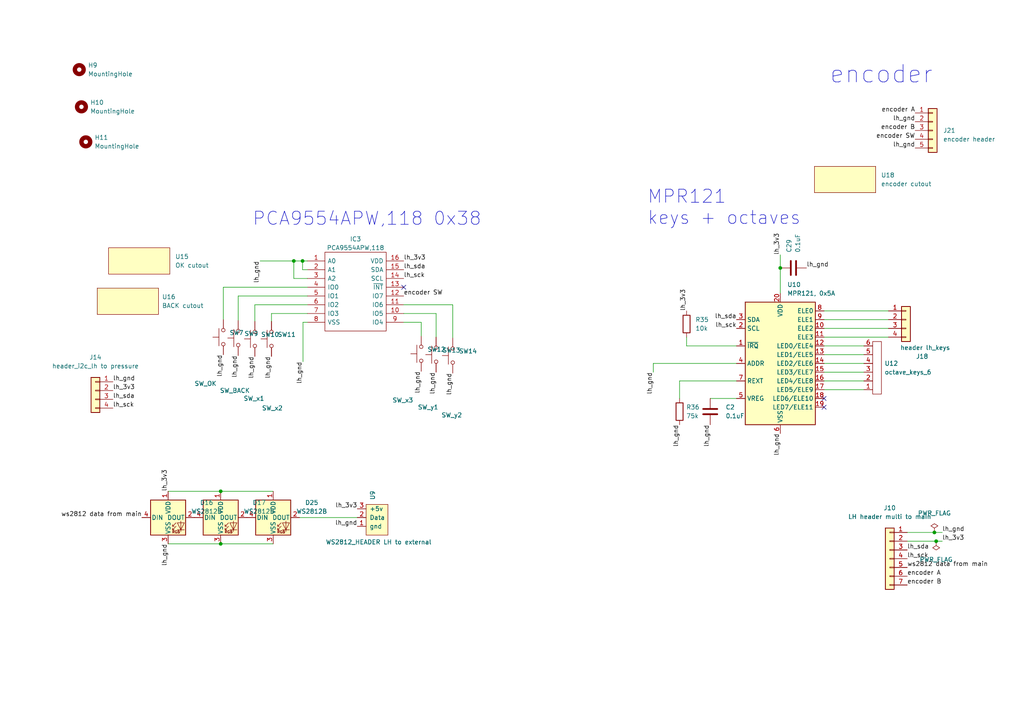
<source format=kicad_sch>
(kicad_sch (version 20211123) (generator eeschema)
  (paper "A4")
  (lib_symbols
    (symbol "Connector_Generic:Conn_01x04" (pin_names (offset 1.016) hide)
      (property "Reference" "J" (at 0 5.08 0))
      (property "Value" "Conn_01x04" (at 0 -7.62 0))
      (symbol "Conn_01x04_1_1"
        (rectangle (start -1.27 -4.953) (end 0 -5.207) (stroke (width 0.1524)))
        (rectangle (start -1.27 -2.413) (end 0 -2.667) (stroke (width 0.1524)))
        (rectangle (start -1.27 0.127) (end 0 -0.127) (stroke (width 0.1524)))
        (rectangle (start -1.27 2.667) (end 0 2.413) (stroke (width 0.1524)))
        (rectangle (start -1.27 3.81) (end 1.27 -6.35) (stroke (width 0.254)) (fill (type background)))
        (pin passive line (at -5.08 2.54 0) (length 3.81) (name "Pin_1") (number "1"))
        (pin passive line (at -5.08 0 0) (length 3.81) (name "Pin_2") (number "2"))
        (pin passive line (at -5.08 -2.54 0) (length 3.81) (name "Pin_3") (number "3"))
        (pin passive line (at -5.08 -5.08 0) (length 3.81) (name "Pin_4") (number "4"))
      )
    )
    (symbol "Connector_Generic:Conn_01x05" (pin_names (offset 1.016) hide)
      (property "Reference" "J" (at 0 7.62 0))
      (property "Value" "Conn_01x05" (at 0 -7.62 0))
      (symbol "Conn_01x05_1_1"
        (rectangle (start -1.27 -4.953) (end 0 -5.207) (stroke (width 0.1524)))
        (rectangle (start -1.27 -2.413) (end 0 -2.667) (stroke (width 0.1524)))
        (rectangle (start -1.27 0.127) (end 0 -0.127) (stroke (width 0.1524)))
        (rectangle (start -1.27 2.667) (end 0 2.413) (stroke (width 0.1524)))
        (rectangle (start -1.27 5.207) (end 0 4.953) (stroke (width 0.1524)))
        (rectangle (start -1.27 6.35) (end 1.27 -6.35) (stroke (width 0.254)) (fill (type background)))
        (pin passive line (at -5.08 5.08 0) (length 3.81) (name "Pin_1") (number "1"))
        (pin passive line (at -5.08 2.54 0) (length 3.81) (name "Pin_2") (number "2"))
        (pin passive line (at -5.08 0 0) (length 3.81) (name "Pin_3") (number "3"))
        (pin passive line (at -5.08 -2.54 0) (length 3.81) (name "Pin_4") (number "4"))
        (pin passive line (at -5.08 -5.08 0) (length 3.81) (name "Pin_5") (number "5"))
      )
    )
    (symbol "Connector_Generic:Conn_01x07" (pin_names (offset 1.016) hide)
      (property "Reference" "J" (at 0 10.16 0))
      (property "Value" "Conn_01x07" (at 0 -10.16 0))
      (symbol "Conn_01x07_1_1"
        (rectangle (start -1.27 -7.493) (end 0 -7.747) (stroke (width 0.1524)))
        (rectangle (start -1.27 -4.953) (end 0 -5.207) (stroke (width 0.1524)))
        (rectangle (start -1.27 -2.413) (end 0 -2.667) (stroke (width 0.1524)))
        (rectangle (start -1.27 0.127) (end 0 -0.127) (stroke (width 0.1524)))
        (rectangle (start -1.27 2.667) (end 0 2.413) (stroke (width 0.1524)))
        (rectangle (start -1.27 5.207) (end 0 4.953) (stroke (width 0.1524)))
        (rectangle (start -1.27 7.747) (end 0 7.493) (stroke (width 0.1524)))
        (rectangle (start -1.27 8.89) (end 1.27 -8.89) (stroke (width 0.254)) (fill (type background)))
        (pin passive line (at -5.08 7.62 0) (length 3.81) (name "Pin_1") (number "1"))
        (pin passive line (at -5.08 5.08 0) (length 3.81) (name "Pin_2") (number "2"))
        (pin passive line (at -5.08 2.54 0) (length 3.81) (name "Pin_3") (number "3"))
        (pin passive line (at -5.08 0 0) (length 3.81) (name "Pin_4") (number "4"))
        (pin passive line (at -5.08 -2.54 0) (length 3.81) (name "Pin_5") (number "5"))
        (pin passive line (at -5.08 -5.08 0) (length 3.81) (name "Pin_6") (number "6"))
        (pin passive line (at -5.08 -7.62 0) (length 3.81) (name "Pin_7") (number "7"))
      )
    )
    (symbol "Device:C" (pin_numbers hide) (pin_names (offset 0.254))
      (property "Reference" "C" (at 0.635 2.54 0))
      (property "Value" "C" (at 0.635 -2.54 0))
      (symbol "C_0_1"
        (polyline (pts (xy -2.032 -0.762) (xy 2.032 -0.762)) (stroke (width 0.508)))
        (polyline (pts (xy -2.032 0.762) (xy 2.032 0.762)) (stroke (width 0.508)))
      )
      (symbol "C_1_1"
        (pin passive line (at 0 3.81 270) (length 2.794) (name "~") (number "1"))
        (pin passive line (at 0 -3.81 90) (length 2.794) (name "~") (number "2"))
      )
    )
    (symbol "Device:R" (pin_numbers hide) (pin_names (offset 0))
      (property "Reference" "R" (at 2.032 0 90))
      (property "Value" "R" (at 0 0 90))
      (symbol "R_0_1"
        (rectangle (start -1.016 -2.54) (end 1.016 2.54) (stroke (width 0.254)))
      )
      (symbol "R_1_1"
        (pin passive line (at 0 3.81 270) (length 1.27) (name "~") (number "1"))
        (pin passive line (at 0 -3.81 90) (length 1.27) (name "~") (number "2"))
      )
    )
    (symbol "LED:WS2812B" (pin_names (offset 0.254))
      (property "Reference" "D" (at 5.08 5.715 0))
      (property "Value" "WS2812B" (at 1.27 -5.715 0))
      (symbol "WS2812B_0_0"
        (text "RGB" (at 2.286 -4.191 0) (effects (font (size 0.762 0.762))))
      )
      (symbol "WS2812B_0_1"
        (polyline (pts (xy 1.27 -3.556) (xy 1.778 -3.556)))
        (polyline (pts (xy 1.27 -2.54) (xy 1.778 -2.54)))
        (polyline (pts (xy 4.699 -3.556) (xy 2.667 -3.556)))
        (polyline (pts (xy 2.286 -2.54) (xy 1.27 -3.556) (xy 1.27 -3.048)))
        (polyline (pts (xy 2.286 -1.524) (xy 1.27 -2.54) (xy 1.27 -2.032)))
        (polyline (pts (xy 3.683 -1.016) (xy 3.683 -3.556) (xy 3.683 -4.064)))
        (polyline (pts (xy 4.699 -1.524) (xy 2.667 -1.524) (xy 3.683 -3.556) (xy 4.699 -1.524)))
        (rectangle (start 5.08 5.08) (end -5.08 -5.08) (stroke (width 0.254)) (fill (type background)))
      )
      (symbol "WS2812B_1_1"
        (pin power_in line (at 0 7.62 270) (length 2.54) (name "VDD") (number "1"))
        (pin output line (at 7.62 0 180) (length 2.54) (name "DOUT") (number "2"))
        (pin power_in line (at 0 -7.62 90) (length 2.54) (name "VSS") (number "3"))
        (pin input line (at -7.62 0 0) (length 2.54) (name "DIN") (number "4"))
      )
    )
    (symbol "Mechanical:MountingHole" (pin_names (offset 1.016))
      (property "Reference" "H" (at 0 5.08 0))
      (property "Value" "MountingHole" (at 0 3.175 0))
      (symbol "MountingHole_0_1"
        (circle (center 0 0) (radius 1.27) (stroke (width 1.27)))
      )
    )
    (symbol "SamacSys_Parts:PCA9554APW,118" (pin_names (offset 0.762))
      (property "Reference" "IC" (at 24.13 7.62 0))
      (property "Value" "PCA9554APW,118" (at 24.13 5.08 0))
      (symbol "PCA9554APW,118_0_0"
        (pin passive line (at 0 0 0) (length 5.08) (name "A0") (number "1"))
        (pin passive line (at 27.94 -15.24 180) (length 5.08) (name "IO5") (number "10"))
        (pin passive line (at 27.94 -12.7 180) (length 5.08) (name "IO6") (number "11"))
        (pin passive line (at 27.94 -10.16 180) (length 5.08) (name "IO7") (number "12"))
        (pin passive line (at 27.94 -7.62 180) (length 5.08) (name "~{INT}") (number "13"))
        (pin passive line (at 27.94 -5.08 180) (length 5.08) (name "SCL") (number "14"))
        (pin passive line (at 27.94 -2.54 180) (length 5.08) (name "SDA") (number "15"))
        (pin passive line (at 27.94 0 180) (length 5.08) (name "VDD") (number "16"))
        (pin passive line (at 0 -2.54 0) (length 5.08) (name "A1") (number "2"))
        (pin passive line (at 0 -5.08 0) (length 5.08) (name "A2") (number "3"))
        (pin passive line (at 0 -7.62 0) (length 5.08) (name "IO0") (number "4"))
        (pin passive line (at 0 -10.16 0) (length 5.08) (name "IO1") (number "5"))
        (pin passive line (at 0 -12.7 0) (length 5.08) (name "IO2") (number "6"))
        (pin passive line (at 0 -15.24 0) (length 5.08) (name "IO3") (number "7"))
        (pin passive line (at 0 -17.78 0) (length 5.08) (name "VSS") (number "8"))
        (pin passive line (at 27.94 -17.78 180) (length 5.08) (name "IO4") (number "9"))
      )
      (symbol "PCA9554APW,118_0_1"
        (polyline (pts (xy 5.08 2.54) (xy 22.86 2.54) (xy 22.86 -20.32) (xy 5.08 -20.32) (xy 5.08 2.54)) (stroke (width 0.1524)))
      )
    )
    (symbol "Sensor_Touch:MPR121QR2"
      (property "Reference" "U" (at -10.16 19.05 0))
      (property "Value" "MPR121QR2" (at 6.35 19.05 0))
      (symbol "MPR121QR2_0_1"
        (rectangle (start -10.16 17.78) (end 10.16 -17.78) (stroke (width 0.254)) (fill (type background)))
      )
      (symbol "MPR121QR2_1_1"
        (pin open_collector line (at -12.7 5.08 0) (length 2.54) (name "~{IRQ}") (number "1"))
        (pin passive line (at 12.7 10.16 180) (length 2.54) (name "ELE2") (number "10"))
        (pin passive line (at 12.7 7.62 180) (length 2.54) (name "ELE3") (number "11"))
        (pin passive line (at 12.7 5.08 180) (length 2.54) (name "LED0/ELE4") (number "12"))
        (pin passive line (at 12.7 2.54 180) (length 2.54) (name "LED1/ELE5") (number "13"))
        (pin passive line (at 12.7 0 180) (length 2.54) (name "LED2/ELE6") (number "14"))
        (pin passive line (at 12.7 -2.54 180) (length 2.54) (name "LED3/ELE7") (number "15"))
        (pin passive line (at 12.7 -5.08 180) (length 2.54) (name "LED4/ELE8") (number "16"))
        (pin passive line (at 12.7 -7.62 180) (length 2.54) (name "LED5/ELE9") (number "17"))
        (pin passive line (at 12.7 -10.16 180) (length 2.54) (name "LED6/ELE10") (number "18"))
        (pin passive line (at 12.7 -12.7 180) (length 2.54) (name "LED7/ELE11") (number "19"))
        (pin input line (at -12.7 10.16 0) (length 2.54) (name "SCL") (number "2"))
        (pin power_in line (at 0 20.32 270) (length 2.54) (name "VDD") (number "20"))
        (pin bidirectional line (at -12.7 12.7 0) (length 2.54) (name "SDA") (number "3"))
        (pin input line (at -12.7 0 0) (length 2.54) (name "ADDR") (number "4"))
        (pin passive line (at -12.7 -10.16 0) (length 2.54) (name "VREG") (number "5"))
        (pin power_in line (at 0 -20.32 90) (length 2.54) (name "VSS") (number "6"))
        (pin passive line (at -12.7 -5.08 0) (length 2.54) (name "REXT") (number "7"))
        (pin passive line (at 12.7 15.24 180) (length 2.54) (name "ELE0") (number "8"))
        (pin passive line (at 12.7 12.7 180) (length 2.54) (name "ELE1") (number "9"))
      )
    )
    (symbol "Switch:SW_Push" (pin_numbers hide) (pin_names (offset 1.016) hide)
      (property "Reference" "SW" (at 1.27 2.54 0))
      (property "Value" "SW_Push" (at 0 -1.524 0))
      (symbol "SW_Push_0_1"
        (circle (center -2.032 0) (radius 0.508))
        (polyline (pts (xy 0 1.27) (xy 0 3.048)))
        (polyline (pts (xy 2.54 1.27) (xy -2.54 1.27)))
        (circle (center 2.032 0) (radius 0.508))
        (pin passive line (at -5.08 0 0) (length 2.54) (name "1") (number "1"))
        (pin passive line (at 5.08 0 180) (length 2.54) (name "2") (number "2"))
      )
    )
    (symbol "clarinoid2:Placeholder" (in_bom no)
      (property "Reference" "U" (at 0 0 0))
      (property "Value" "Placeholder" (at 0 -1.27 0))
      (symbol "Placeholder_0_1"
        (rectangle (start -8.89 2.54) (end 8.89 -5.08) (fill (type background)))
      )
    )
    (symbol "clarinoid2:WS2812" (pin_names (offset 1.016))
      (property "Reference" "U" (at 5.08 -1.27 0))
      (property "Value" "WS2812" (at 0 -1.27 0))
      (symbol "WS2812_0_1"
        (rectangle (start -3.81 6.35) (end 5.08 0) (fill (type background)))
      )
      (symbol "WS2812_1_1"
        (pin passive line (at -1.27 8.89 270) (length 2.54) (name "gnd") (number "1"))
        (pin passive line (at 1.27 8.89 270) (length 2.54) (name "Data") (number "2"))
        (pin power_in line (at 3.81 8.89 270) (length 2.54) (name "+5v") (number "3"))
      )
    )
    (symbol "clarinoid2:octave_keys_6" (pin_names (offset 1.016))
      (property "Reference" "U" (at 5.08 5.08 0))
      (property "Value" "octave_keys_6" (at -2.54 2.54 0))
      (symbol "octave_keys_6_0_1"
        (rectangle (start -10.16 3.81) (end 5.08 1.27))
      )
      (symbol "octave_keys_6_1_1"
        (pin input line (at -8.89 6.35 270) (length 2.54) (name "~") (number "1"))
        (pin input line (at -6.35 6.35 270) (length 2.54) (name "~") (number "2"))
        (pin input line (at -3.81 6.35 270) (length 2.54) (name "~") (number "3"))
        (pin input line (at -1.27 6.35 270) (length 2.54) (name "~") (number "4"))
        (pin input line (at 1.27 6.35 270) (length 2.54) (name "~") (number "5"))
        (pin input line (at 3.81 6.35 270) (length 2.54) (name "~") (number "6"))
      )
    )
    (symbol "power:PWR_FLAG" (power) (pin_numbers hide) (pin_names (offset 0) hide)
      (property "Value" "PWR_FLAG" (at 0 3.81 0))
      (symbol "PWR_FLAG_0_0"
        (pin power_out line (at 0 0 90) (length 0) (name "pwr") (number "1"))
      )
      (symbol "PWR_FLAG_0_1"
        (polyline (pts (xy 0 0) (xy 0 1.27) (xy -1.016 1.905) (xy 0 2.54) (xy 1.016 1.905) (xy 0 1.27)))
      )
    )
  )
  (junction (at 64.008 142.494))
  (junction (at 85.217 75.692))
  (junction (at 87.757 75.692))
  (junction (at 64.008 157.734))
  (junction (at 271.018 154.432))
  (junction (at 226.314 77.724))
  (junction (at 271.526 156.972))
  (no_connect (at 239.014 118.11))
  (no_connect (at 117.094 83.312))
  (no_connect (at 239.014 115.57))
  (wire (pts (xy 250.571 113.03) (xy 239.014 113.03)))
  (wire (pts (xy 86.868 150.114) (xy 103.632 150.114)))
  (wire (pts (xy 48.768 157.734) (xy 64.008 157.734)))
  (wire (pts (xy 78.74 93.218) (xy 78.74 90.932)))
  (wire (pts (xy 273.304 156.972) (xy 271.526 156.972)))
  (wire (pts (xy 69.088 92.964) (xy 69.088 85.852)))
  (wire (pts (xy 85.217 75.692) (xy 87.757 75.692)))
  (wire (pts (xy 213.614 105.41) (xy 189.484 105.41)))
  (wire (pts (xy 213.614 110.49) (xy 197.104 110.49)))
  (wire (pts (xy 69.088 85.852) (xy 89.154 85.852)))
  (wire (pts (xy 257.683 90.17) (xy 239.014 90.17)))
  (wire (pts (xy 75.438 75.692) (xy 85.217 75.692)))
  (wire (pts (xy 250.571 110.49) (xy 239.014 110.49)))
  (wire (pts (xy 271.526 156.972) (xy 263.144 156.972)))
  (wire (pts (xy 117.094 93.472) (xy 122.174 93.472)))
  (wire (pts (xy 205.994 115.57) (xy 213.614 115.57)))
  (wire (pts (xy 257.683 97.79) (xy 239.014 97.79)))
  (wire (pts (xy 273.304 154.432) (xy 271.018 154.432)))
  (wire (pts (xy 117.094 90.932) (xy 126.492 90.932)))
  (wire (pts (xy 257.683 95.25) (xy 239.014 95.25)))
  (wire (pts (xy 250.571 107.95) (xy 239.014 107.95)))
  (wire (pts (xy 48.768 142.494) (xy 64.008 142.494)))
  (wire (pts (xy 89.154 83.312) (xy 64.77 83.312)))
  (wire (pts (xy 189.484 105.41) (xy 189.484 107.95)))
  (wire (pts (xy 89.154 80.772) (xy 85.217 80.772)))
  (wire (pts (xy 226.314 77.724) (xy 226.314 85.09)))
  (wire (pts (xy 250.571 105.41) (xy 239.014 105.41)))
  (wire (pts (xy 87.757 75.692) (xy 89.154 75.692)))
  (wire (pts (xy 126.492 90.932) (xy 126.492 97.79)))
  (wire (pts (xy 271.018 154.432) (xy 263.144 154.432)))
  (wire (pts (xy 64.008 142.494) (xy 79.248 142.494)))
  (wire (pts (xy 64.008 157.734) (xy 79.248 157.734)))
  (wire (pts (xy 131.318 88.392) (xy 131.318 98.044)))
  (wire (pts (xy 257.683 92.71) (xy 239.014 92.71)))
  (wire (pts (xy 250.571 100.33) (xy 239.014 100.33)))
  (wire (pts (xy 64.77 83.312) (xy 64.77 92.71)))
  (wire (pts (xy 85.217 80.772) (xy 85.217 75.692)))
  (wire (pts (xy 89.154 78.232) (xy 87.757 78.232)))
  (wire (pts (xy 226.314 73.914) (xy 226.314 77.724)))
  (wire (pts (xy 78.74 90.932) (xy 89.154 90.932)))
  (wire (pts (xy 89.154 93.472) (xy 87.884 93.472)))
  (wire (pts (xy 197.104 110.49) (xy 197.104 115.57)))
  (wire (pts (xy 213.614 100.33) (xy 199.136 100.33)))
  (wire (pts (xy 199.136 100.33) (xy 199.136 97.79)))
  (wire (pts (xy 122.174 93.472) (xy 122.174 97.536)))
  (wire (pts (xy 117.094 88.392) (xy 131.318 88.392)))
  (wire (pts (xy 89.154 88.392) (xy 73.914 88.392)))
  (wire (pts (xy 87.884 93.472) (xy 87.884 104.902)))
  (wire (pts (xy 73.914 88.392) (xy 73.914 93.218)))
  (wire (pts (xy 250.571 102.87) (xy 239.014 102.87)))
  (wire (pts (xy 87.757 78.232) (xy 87.757 75.692)))
  (text "PCA9554APW,118 0x38" (at 73.152 65.786 0) (effects (font (size 3.81 3.81)) (justify left bottom)))
  (text "encoder" (at 240.538 24.638 0) (effects (font (size 5.08 5.08)) (justify left bottom)))
  (text "MPR121\nkeys + octaves" (at 187.706 65.532 0) (effects (font (size 3.81 3.81)) (justify left bottom)))
  (label "ws2812 data from main" (at 263.144 164.592 0))
  (label "lh_sck" (at 213.614 95.25 180))
  (label "lh_gnd" (at 126.492 107.95 270))
  (label "lh_gnd" (at 233.934 77.724 0))
  (label "lh_3v3" (at 32.766 113.284 0))
  (label "encoder B" (at 263.144 169.672 0))
  (label "lh_sda" (at 32.766 115.824 0))
  (label "lh_gnd" (at 69.088 103.124 270))
  (label "lh_gnd" (at 78.74 103.378 270))
  (label "lh_gnd" (at 131.318 108.204 270))
  (label "lh_gnd" (at 48.768 157.734 270))
  (label "lh_gnd" (at 197.104 123.19 270))
  (label "lh_3v3" (at 199.136 90.17 90))
  (label "lh_sck" (at 117.094 80.772 0))
  (label "lh_gnd" (at 75.438 75.692 270))
  (label "lh_sda" (at 263.144 159.512 0))
  (label "encoder A" (at 265.43 32.766 180))
  (label "lh_3v3" (at 103.632 147.574 180))
  (label "lh_3v3" (at 273.304 156.972 0))
  (label "lh_gnd" (at 64.77 102.87 270))
  (label "encoder A" (at 263.144 167.132 0))
  (label "lh_gnd" (at 189.484 107.95 270))
  (label "lh_gnd" (at 265.43 35.306 180))
  (label "encoder SW" (at 265.43 40.386 180))
  (label "lh_gnd" (at 73.914 103.378 270))
  (label "lh_gnd" (at 205.994 123.19 270))
  (label "lh_3v3" (at 117.094 75.692 0))
  (label "lh_sck" (at 32.766 118.364 0))
  (label "lh_sck" (at 263.144 162.052 0))
  (label "lh_gnd" (at 265.43 42.926 180))
  (label "lh_gnd" (at 32.766 110.744 0))
  (label "encoder B" (at 265.43 37.846 180))
  (label "lh_gnd" (at 122.174 107.696 270))
  (label "lh_sda" (at 117.094 78.232 0))
  (label "lh_sda" (at 213.614 92.71 180))
  (label "lh_gnd" (at 87.884 104.902 270))
  (label "lh_gnd" (at 103.632 152.654 180))
  (label "lh_3v3" (at 48.768 142.494 90))
  (label "lh_gnd" (at 226.314 125.73 270))
  (label "lh_gnd" (at 273.304 154.432 0))
  (label "ws2812 data from main" (at 41.148 150.114 180))
  (label "encoder SW" (at 117.094 85.852 0))
  (label "lh_3v3" (at 226.314 73.914 90))
  (symbol (lib_id "Connector_Generic:Conn_01x04") (at 27.686 113.284 0) (mirror y) (unit 1)
    (property "Reference" "J14" (at 27.686 103.632 0))
    (property "Value" "header_i2c_lh to pressure" (at 27.686 106.172 0))
    (property "Footprint" "Connector_PinHeader_2.54mm:PinHeader_1x04_P2.54mm_Vertical" (effects hide))
    (property "LCSC part number" "C2718488" (effects hide))
    (property "verif" "1" (effects hide))
  )
  (symbol (lib_id "power:PWR_FLAG") (at 271.018 154.432 0) (unit 1)
    (property "Reference" "#FLG04" (effects hide))
    (property "Value" "PWR_FLAG" (at 271.018 148.844 0))
  )
  (symbol (lib_id "Connector_Generic:Conn_01x05") (at 270.51 37.846 0) (unit 1)
    (property "Reference" "J21" (at 273.558 37.8459 0) (effects (justify left)))
    (property "Value" "encoder header" (at 273.558 40.3859 0) (effects (justify left)))
    (property "Footprint" "Connector_PinHeader_2.54mm:PinHeader_1x05_P2.54mm_Vertical" (effects hide))
  )
  (symbol (lib_id "clarinoid2:Placeholder") (at 245.11 50.8 0) (unit 1) (in_bom no)
    (property "Reference" "U18" (at 255.524 50.7999 0) (effects (justify left)))
    (property "Value" "encoder cutout" (at 255.524 53.3399 0) (effects (justify left)))
    (property "Footprint" "clarinoid2:Bourns_ENC_PEC11R-4215F-S0024 panel cutout shaft downward" (effects hide))
  )
  (symbol (lib_id "SamacSys_Parts:PCA9554APW,118") (at 89.154 75.692 0) (unit 1)
    (property "Reference" "IC3" (at 103.124 69.342 0))
    (property "Value" "PCA9554APW,118" (at 103.124 71.882 0))
    (property "Footprint" "SamacSys_Parts:SOP65P640X110-16N" (effects hide))
    (property "Datasheet" "http://www.nxp.com/docs/en/data-sheet/PCA9554_9554A.pdf" (effects hide))
    (property "Description" "8-bit I2C-bus and SMBus I/O port with interrupt" (effects hide))
    (property "Height" "1.1" (effects hide))
    (property "Mouser Part Number" "771-PCA9554APW-T" (effects hide))
    (property "Mouser Price/Stock" "https://www.mouser.co.uk/ProductDetail/NXP-Semiconductors/PCA9554APW118?qs=LOCUfHb8d9t6Q6oURZSRTg%3D%3D" (effects hide))
    (property "Manufacturer_Name" "NXP" (effects hide))
    (property "Manufacturer_Part_Number" "PCA9554APW,118" (effects hide))
    (property "LCSC part number" "C86803" (effects hide))
    (property "verif" "1" (effects hide))
  )
  (symbol (lib_id "Device:C") (at 205.994 119.38 0) (unit 1)
    (property "Reference" "C2" (at 210.439 118.1099 0) (effects (justify left)))
    (property "Value" "0.1uF" (at 210.439 120.6499 0) (effects (justify left)))
    (property "Footprint" "Capacitor_SMD:C_0402_1005Metric" (effects hide))
    (property "LCSC part number" "C1525" (effects hide))
    (property "verif" "1" (effects hide))
  )
  (symbol (lib_id "Connector_Generic:Conn_01x04") (at 262.763 92.71 0) (unit 1)
    (property "Reference" "J18" (at 267.462 103.378 0))
    (property "Value" "header lh_keys" (at 268.351 100.838 0))
    (property "Footprint" "Connector_PinHeader_2.54mm:PinHeader_1x04_P2.54mm_Vertical" (effects hide))
    (property "LCSC part number" "C2718488" (effects hide))
    (property "verif" "1" (effects hide))
  )
  (symbol (lib_id "Device:C") (at 230.124 77.724 90) (unit 1)
    (property "Reference" "C29" (at 228.8539 73.279 0) (effects (justify left)))
    (property "Value" "0.1uF" (at 231.3939 73.279 0) (effects (justify left)))
    (property "Footprint" "Capacitor_SMD:C_0402_1005Metric" (effects hide))
    (property "LCSC part number" "C1525" (effects hide))
    (property "verif" "1" (effects hide))
  )
  (symbol (lib_id "clarinoid2:WS2812") (at 112.522 151.384 90) (unit 1)
    (property "Reference" "U9" (at 108.0769 145.034 0) (effects (justify left)))
    (property "Value" "WS2812_HEADER LH to external" (at 125.222 157.226 90) (effects (justify left)))
    (property "Footprint" "Connector_PinHeader_2.54mm:PinHeader_1x03_P2.54mm_Vertical" (effects hide))
    (property "LCSC part number" "C146243" (effects hide))
    (property "verif" "1" (effects hide))
  )
  (symbol (lib_id "Mechanical:MountingHole") (at 23.622 30.988 0) (unit 1) (in_bom no)
    (property "Reference" "H10" (at 26.162 29.7179 0) (effects (justify left)))
    (property "Value" "MountingHole" (at 26.162 32.2579 0) (effects (justify left)))
    (property "Footprint" "MountingHole:MountingHole_2.7mm_M2.5" (effects hide))
    (property "MANUFACTURER" "Wurth" (effects hide))
    (property "LCSC part number" "-" (effects hide))
    (property "verif" "1" (effects hide))
  )
  (symbol (lib_id "Switch:SW_Push") (at 69.088 98.044 90) (unit 1)
    (property "Reference" "SW9" (at 70.866 96.7739 90) (effects (justify right)))
    (property "Value" "SW_BACK" (at 63.754 113.284 90) (effects (justify right)))
    (property "Footprint" "clarinoid2:solder point DIP 1x2" (effects hide))
  )
  (symbol (lib_id "LED:WS2812B") (at 64.008 150.114 0) (unit 1)
    (property "Reference" "D17" (at 75.184 145.7833 0))
    (property "Value" "WS2812B" (at 75.184 148.3233 0))
    (property "Footprint" "LED_SMD:LED_WS2812B_PLCC4_5.0x5.0mm_P3.2mm" (effects hide))
    (property "Datasheet" "https://cdn-shop.adafruit.com/datasheets/WS2812B.pdf" (effects hide))
  )
  (symbol (lib_id "Switch:SW_Push") (at 126.492 102.87 90) (unit 1)
    (property "Reference" "SW13" (at 128.27 101.5999 90) (effects (justify right)))
    (property "Value" "SW_y1" (at 121.158 118.11 90) (effects (justify right)))
  )
  (symbol (lib_id "Device:R") (at 197.104 119.38 0) (unit 1)
    (property "Reference" "R36" (at 199.009 118.1099 0) (effects (justify left)))
    (property "Value" "75k" (at 199.009 120.6499 0) (effects (justify left)))
    (property "Footprint" "Resistor_SMD:R_0402_1005Metric" (effects hide))
    (property "LCSC part number" "C25798" (effects hide))
    (property "verif" "1" (effects hide))
  )
  (symbol (lib_id "Connector_Generic:Conn_01x07") (at 258.064 162.052 0) (mirror y) (unit 1)
    (property "Reference" "J10" (at 258.064 147.32 0))
    (property "Value" "LH header multi to main" (at 258.064 149.86 0))
    (property "Footprint" "Connector_PinHeader_2.54mm:PinHeader_1x07_P2.54mm_Vertical" (effects hide))
  )
  (symbol (lib_id "Sensor_Touch:MPR121QR2") (at 226.314 105.41 0) (unit 1)
    (property "Reference" "U10" (at 228.3334 82.55 0) (effects (justify left)))
    (property "Value" "MPR121, 0x5A" (at 228.3334 85.09 0) (effects (justify left)))
    (property "Footprint" "Package_DFN_QFN:UQFN-20_3x3mm_P0.4mm" (effects hide))
    (property "Datasheet" "https://resurgentsemi.com/wp-content/uploads/2018/09/MPR121_rev5-Resurgent.pdf?d453f8&d453f8" (effects hide))
    (property "LCSC part number" "C91322" (effects hide))
    (property "verif" "1" (effects hide))
  )
  (symbol (lib_id "Switch:SW_Push") (at 131.318 103.124 90) (unit 1)
    (property "Reference" "SW14" (at 133.096 101.8539 90) (effects (justify right)))
    (property "Value" "SW_y2" (at 128.016 120.396 90) (effects (justify right)))
  )
  (symbol (lib_id "Mechanical:MountingHole") (at 22.987 20.193 0) (unit 1) (in_bom no)
    (property "Reference" "H9" (at 25.527 18.9229 0) (effects (justify left)))
    (property "Value" "MountingHole" (at 25.527 21.4629 0) (effects (justify left)))
    (property "Footprint" "MountingHole:MountingHole_2.7mm_M2.5" (effects hide))
    (property "MANUFACTURER" "Wurth" (effects hide))
    (property "LCSC part number" "-" (effects hide))
    (property "verif" "1" (effects hide))
  )
  (symbol (lib_id "clarinoid2:Placeholder") (at 40.386 74.422 0) (unit 1) (in_bom no)
    (property "Reference" "U15" (at 50.8 74.4219 0) (effects (justify left)))
    (property "Value" "OK cutout" (at 50.8 76.9619 0) (effects (justify left)))
    (property "Footprint" "clarinoid2:MB2511S4W01-BC" (effects hide))
  )
  (symbol (lib_id "Switch:SW_Push") (at 64.77 97.79 90) (unit 1)
    (property "Reference" "SW7" (at 66.548 96.5199 90) (effects (justify right)))
    (property "Value" "SW_OK" (at 56.388 111.252 90) (effects (justify right)))
    (property "Footprint" "clarinoid2:solder point DIP 1x2" (effects hide))
  )
  (symbol (lib_id "clarinoid2:octave_keys_6") (at 256.921 104.14 90) (unit 1)
    (property "Reference" "U12" (at 256.54 105.4099 90) (effects (justify right)))
    (property "Value" "octave_keys_6" (at 256.54 107.9499 90) (effects (justify right)))
    (property "Footprint" "clarinoid2:CLARINOID_M6_6OCTAVES_p13.3_offset1.0mm" (effects hide))
  )
  (symbol (lib_id "power:PWR_FLAG") (at 271.526 156.972 180) (unit 1)
    (property "Reference" "#FLG05" (effects hide))
    (property "Value" "PWR_FLAG" (at 271.526 162.306 0))
  )
  (symbol (lib_id "Switch:SW_Push") (at 73.914 98.298 90) (unit 1)
    (property "Reference" "SW10" (at 75.692 97.0279 90) (effects (justify right)))
    (property "Value" "SW_x1" (at 70.612 115.57 90) (effects (justify right)))
    (property "Footprint" "clarinoid2:MB2511S2G45" (effects hide))
  )
  (symbol (lib_id "LED:WS2812B") (at 79.248 150.114 0) (unit 1)
    (property "Reference" "D25" (at 90.424 145.7833 0))
    (property "Value" "WS2812B" (at 90.424 148.3233 0))
    (property "Footprint" "LED_SMD:LED_WS2812B_PLCC4_5.0x5.0mm_P3.2mm" (effects hide))
    (property "Datasheet" "https://cdn-shop.adafruit.com/datasheets/WS2812B.pdf" (effects hide))
  )
  (symbol (lib_id "LED:WS2812B") (at 48.768 150.114 0) (unit 1)
    (property "Reference" "D16" (at 59.944 145.7833 0))
    (property "Value" "WS2812B" (at 59.944 148.3233 0))
    (property "Footprint" "LED_SMD:LED_WS2812B_PLCC4_5.0x5.0mm_P3.2mm" (effects hide))
    (property "Datasheet" "https://cdn-shop.adafruit.com/datasheets/WS2812B.pdf" (effects hide))
  )
  (symbol (lib_id "Switch:SW_Push") (at 78.74 98.298 90) (unit 1)
    (property "Reference" "SW11" (at 80.518 97.0279 90) (effects (justify right)))
    (property "Value" "SW_x2" (at 75.946 118.364 90) (effects (justify right)))
    (property "Footprint" "clarinoid2:MB2511S2G45" (effects hide))
  )
  (symbol (lib_id "Device:R") (at 199.136 93.98 180) (unit 1)
    (property "Reference" "R35" (at 201.676 92.7099 0) (effects (justify right)))
    (property "Value" "10k" (at 201.676 95.2499 0) (effects (justify right)))
    (property "Footprint" "Resistor_SMD:R_0402_1005Metric" (effects hide))
    (property "LCSC part number" "C25744" (effects hide))
    (property "verif" "1" (effects hide))
  )
  (symbol (lib_id "Switch:SW_Push") (at 122.174 102.616 90) (unit 1)
    (property "Reference" "SW12" (at 123.952 101.3459 90) (effects (justify right)))
    (property "Value" "SW_x3" (at 113.792 116.078 90) (effects (justify right)))
    (property "Footprint" "clarinoid2:MB2511S2G45" (effects hide))
  )
  (symbol (lib_id "Mechanical:MountingHole") (at 24.892 41.148 0) (unit 1) (in_bom no)
    (property "Reference" "H11" (at 27.432 39.8779 0) (effects (justify left)))
    (property "Value" "MountingHole" (at 27.432 42.4179 0) (effects (justify left)))
    (property "Footprint" "MountingHole:MountingHole_2.7mm_M2.5" (effects hide))
    (property "MANUFACTURER" "Wurth" (effects hide))
    (property "LCSC part number" "-" (effects hide))
    (property "verif" "1" (effects hide))
  )
  (symbol (lib_id "clarinoid2:Placeholder") (at 37.084 86.106 0) (unit 1) (in_bom no)
    (property "Reference" "U16" (at 46.99 86.1059 0) (effects (justify left)))
    (property "Value" "BACK cutout" (at 46.99 88.6459 0) (effects (justify left)))
    (property "Footprint" "clarinoid2:MB2511S4W01-BC" (effects hide))
  )
)
</source>
